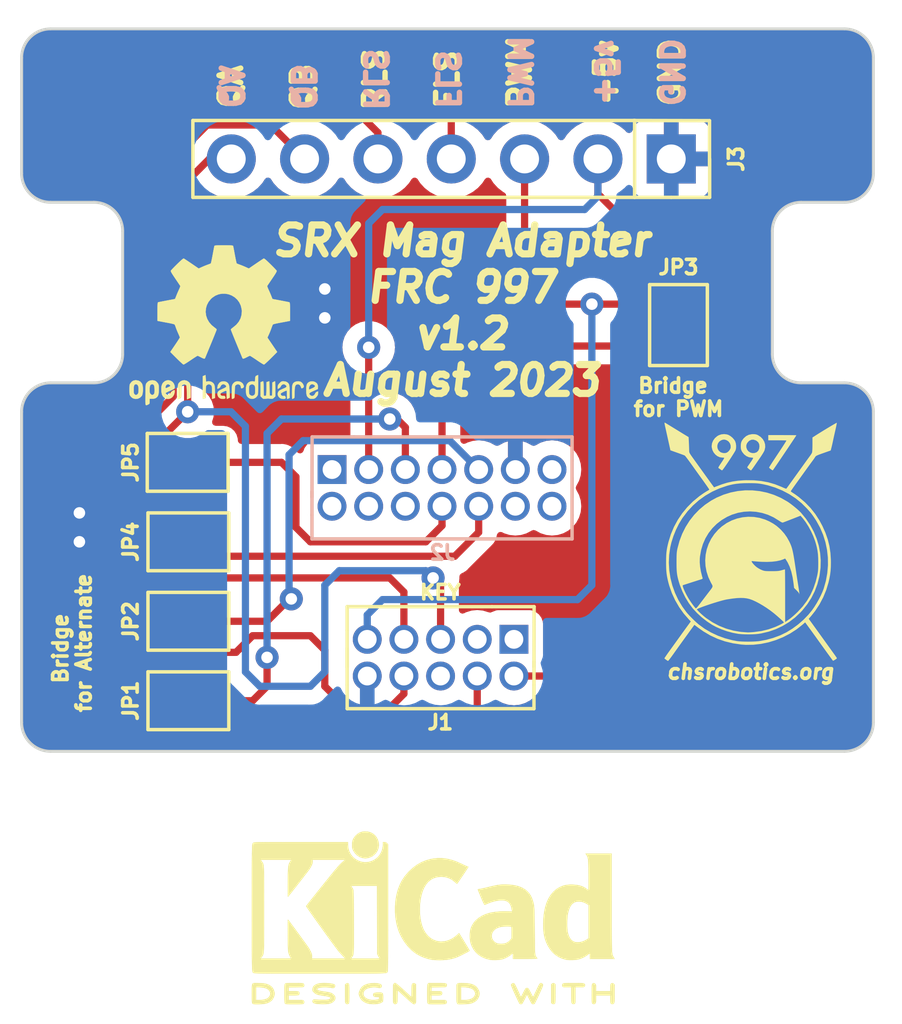
<source format=kicad_pcb>
(kicad_pcb (version 20221018) (generator pcbnew)
  (layers (0 "F.Cu" signal) (31 "B.Cu" signal) (34 "B.Paste" user) (35 "F.Paste" user) (36 "B.SilkS" user "B.Silkscreen") (37 "F.SilkS" user "F.Silkscreen") (38 "B.Mask" user) (39 "F.Mask" user) (44 "Edge.Cuts" user))
  (net 0 "")
  (net 1 "GND")
  (net 3 "+5V")
  (net 4 "FLS")
  (net 5 "QB")
  (net 6 "QA")
  (net 7 "RLS")
  (net 8 "PWM")
  (net 10 "Net-(J2-Pin_5)")
  (net 11 "Net-(J2-Pin_7)")
  (net 13 "Net-(J2-Pin_8)")
  (net 14 "Net-(J2-Pin_9)")
  (net 15 "Net-(J2-Pin_10)")
  (footprint "Connector_PinSocket_2.54mm:PinSocket_1x07_P2.54mm_Vertical" (layer "F.Cu") (at 122.5 92.25 -90)
    (fp_text reference "J3" (at 0 -2.25 90) (layer "F.SilkS") (effects (font (size 0.5 0.5) (thickness 0.125))))
    (fp_text value "Conn_01x07" hide)
    (pad "1" thru_hole rect (at 0 0 270) (size 1.7 1.7) (drill 1) (layers "*.Cu" "*.Mask") (net 1 "GND"))
    (pad "2" thru_hole oval (at 0 2.54 270) (size 1.7 1.7) (drill 1) (layers "*.Cu" "*.Mask") (net 3 "+5V"))
    (pad "3" thru_hole oval (at 0 5.08 270) (size 1.7 1.7) (drill 1) (layers "*.Cu" "*.Mask") (net 8 "PWM"))
    (pad "4" thru_hole oval (at 0 7.62 270) (size 1.7 1.7) (drill 1) (layers "*.Cu" "*.Mask") (net 4 "FLS"))
    (pad "5" thru_hole oval (at 0 10.16 270) (size 1.7 1.7) (drill 1) (layers "*.Cu" "*.Mask") (net 7 "RLS"))
    (pad "6" thru_hole oval (at 0 12.7 270) (size 1.7 1.7) (drill 1) (layers "*.Cu" "*.Mask") (net 6 "QA"))
    (pad "7" thru_hole oval (at 0 15.24 270) (size 1.7 1.7) (drill 1) (layers "*.Cu" "*.Mask") (net 5 "QB"))
  )
  (footprint "Jumper:SolderJumper-2_P1.3mm_Open_TrianglePad1.0x1.5mm" (layer "F.Cu") (at 105.775 105.5 180)
    (fp_text reference "JP4" (at 2 0 90) (layer "F.SilkS") (effects (font (size 0.5 0.5) (thickness 0.125))))
    (fp_text value "Jumper_2_Open" hide)
    (pad "1" smd custom (at -0.725 0 180) (size 0.3 0.3) (layers "F.Cu" "F.Mask") (net 15 "Net-(J2-Pin_10)") (options (clearance outline) (anchor rect)) (primitives (gr_poly (pts (xy 1 0) (xy 0.5 0.75) (xy -0.5 0.75) (xy -0.5 -0.75) (xy 0.5 -0.75)) (width 0) (fill yes))))
    (pad "2" smd custom (at 0.725 0 180) (size 0.3 0.3) (layers "F.Cu" "F.Mask") (net 6 "QA") (options (clearance outline) (anchor rect)) (primitives (gr_poly (pts (xy 0.5 0.75) (xy -0.65 0.75) (xy -0.15 0) (xy -0.65 -0.75) (xy 0.5 -0.75)) (width 0) (fill yes))))
  )
  (footprint "Symbol:KiCad-Logo2_5mm_SilkScreen" (layer "F.Cu") (at 114.25 118.5)
    (fp_text reference "REF**" hide)
    (fp_text value "KiCad-Logo2_5mm_SilkScreen" hide)
  )
  (footprint "Connector_PinHeader_1.27mm:PinHeader_2x05_P1.27mm_Vertical" (layer "F.Cu") (at 117.05 108.875 -90)
    (fp_text reference "J1" (at 2.875 2.55 180) (layer "F.SilkS") (effects (font (size 0.5 0.5) (thickness 0.125))))
    (fp_text value "Conn_02x05_Odd_Even" hide)
    (pad "1" thru_hole rect (at 0 0 270) (size 1 1) (drill 0.65) (layers "*.Cu" "*.Mask"))
    (pad "2" thru_hole oval (at 1.27 0 270) (size 1 1) (drill 0.65) (layers "*.Cu" "*.Mask") (net 3 "+5V"))
    (pad "3" thru_hole oval (at 0 1.27 270) (size 1 1) (drill 0.65) (layers "*.Cu" "*.Mask"))
    (pad "4" thru_hole oval (at 1.27 1.27 270) (size 1 1) (drill 0.65) (layers "*.Cu" "*.Mask") (net 4 "FLS"))
    (pad "5" thru_hole oval (at 0 2.54 270) (size 1 1) (drill 0.65) (layers "*.Cu" "*.Mask") (net 5 "QB"))
    (pad "6" thru_hole oval (at 1.27 2.54 270) (size 1 1) (drill 0.65) (layers "*.Cu" "*.Mask"))
    (pad "7" thru_hole oval (at 0 3.81 270) (size 1 1) (drill 0.65) (layers "*.Cu" "*.Mask") (net 6 "QA"))
    (pad "8" thru_hole oval (at 1.27 3.81 270) (size 1 1) (drill 0.65) (layers "*.Cu" "*.Mask") (net 7 "RLS"))
    (pad "9" thru_hole oval (at 0 5.08 270) (size 1 1) (drill 0.65) (layers "*.Cu" "*.Mask") (net 8 "PWM"))
    (pad "10" thru_hole oval (at 1.27 5.08 270) (size 1 1) (drill 0.65) (layers "*.Cu" "*.Mask") (net 1 "GND"))
  )
  (footprint "Jumper:SolderJumper-2_P1.3mm_Open_TrianglePad1.0x1.5mm" (layer "F.Cu") (at 105.75 102.75 180)
    (fp_text reference "JP5" (at 1.975 0 90) (layer "F.SilkS") (effects (font (size 0.5 0.5) (thickness 0.125))))
    (fp_text value "Jumper_2_Open" hide)
    (pad "1" smd custom (at -0.725 0 180) (size 0.3 0.3) (layers "F.Cu" "F.Mask") (net 13 "Net-(J2-Pin_8)") (options (clearance outline) (anchor rect)) (primitives (gr_poly (pts (xy 1 0) (xy 0.5 0.75) (xy -0.5 0.75) (xy -0.5 -0.75) (xy 0.5 -0.75)) (width 0) (fill yes))))
    (pad "2" smd custom (at 0.725 0 180) (size 0.3 0.3) (layers "F.Cu" "F.Mask") (net 5 "QB") (options (clearance outline) (anchor rect)) (primitives (gr_poly (pts (xy 0.5 0.75) (xy -0.65 0.75) (xy -0.15 0) (xy -0.65 -0.75) (xy 0.5 -0.75)) (width 0) (fill yes))))
  )
  (footprint "Symbol:OSHW-Logo2_7.3x6mm_SilkScreen" (layer "F.Cu") (at 107 98)
    (fp_text reference "REF**" hide)
    (fp_text value "OSHW-Logo2_7.3x6mm_SilkScreen" hide)
  )
  (footprint "Jumper:SolderJumper-2_P1.3mm_Open_TrianglePad1.0x1.5mm" (layer "F.Cu") (at 105.775 108.25 180)
    (fp_text reference "JP2" (at 2 0 90) (layer "F.SilkS") (effects (font (size 0.5 0.5) (thickness 0.125))))
    (fp_text value "Jumper_2_Open" hide)
    (pad "1" smd custom (at -0.725 0 180) (size 0.3 0.3) (layers "F.Cu" "F.Mask") (net 14 "Net-(J2-Pin_9)") (options (clearance outline) (anchor rect)) (primitives (gr_poly (pts (xy 1 0) (xy 0.5 0.75) (xy -0.5 0.75) (xy -0.5 -0.75) (xy 0.5 -0.75)) (width 0) (fill yes))))
    (pad "2" smd custom (at 0.725 0 180) (size 0.3 0.3) (layers "F.Cu" "F.Mask") (net 7 "RLS") (options (clearance outline) (anchor rect)) (primitives (gr_poly (pts (xy 0.5 0.75) (xy -0.65 0.75) (xy -0.15 0) (xy -0.65 -0.75) (xy 0.5 -0.75)) (width 0) (fill yes))))
  )
  (footprint "LOGO" (layer "F.Cu") (at 125.206355 105.006338)
    (fp_text reference "G***" hide)
    (fp_text value "LOGO" hide)
  )
  (footprint "Jumper:SolderJumper-2_P1.3mm_Open_TrianglePad1.0x1.5mm" (layer "F.Cu") (at 122.75 98 -90)
    (fp_text reference "JP3" (at -2 0 -180) (layer "F.SilkS") (effects (font (size 0.5 0.5) (thickness 0.125))))
    (fp_text value "Jumper_2_Bridged" hide)
    (pad "1" smd custom (at -0.725 0 270) (size 0.3 0.3) (layers "F.Cu" "F.Mask") (net 8 "PWM") (options (clearance outline) (anchor rect)) (primitives (gr_poly (pts (xy 1 0) (xy 0.5 0.75) (xy -0.5 0.75) (xy -0.5 -0.75) (xy 0.5 -0.75)) (width 0) (fill yes))))
    (pad "2" smd custom (at 0.725 0 270) (size 0.3 0.3) (layers "F.Cu" "F.Mask") (net 11 "Net-(J2-Pin_7)") (options (clearance outline) (anchor rect)) (primitives (gr_poly (pts (xy 0.5 0.75) (xy -0.65 0.75) (xy -0.15 0) (xy -0.65 -0.75) (xy 0.5 -0.75)) (width 0) (fill yes))))
  )
  (footprint "Jumper:SolderJumper-2_P1.3mm_Open_TrianglePad1.0x1.5mm" (layer "F.Cu") (at 105.775 111 180)
    (fp_text reference "JP1" (at 2 0 90) (layer "F.SilkS") (effects (font (size 0.5 0.5) (thickness 0.125))))
    (fp_text value "Jumper_2_Open" hide)
    (pad "1" smd custom (at -0.725 0 180) (size 0.3 0.3) (layers "F.Cu" "F.Mask") (net 10 "Net-(J2-Pin_5)") (options (clearance outline) (anchor rect)) (primitives (gr_poly (pts (xy 1 0) (xy 0.5 0.75) (xy -0.5 0.75) (xy -0.5 -0.75) (xy 0.5 -0.75)) (width 0) (fill yes))))
    (pad "2" smd custom (at 0.725 0 180) (size 0.3 0.3) (layers "F.Cu" "F.Mask") (net 4 "FLS") (options (clearance outline) (anchor rect)) (primitives (gr_poly (pts (xy 0.5 0.75) (xy -0.65 0.75) (xy -0.15 0) (xy -0.65 -0.75) (xy 0.5 -0.75)) (width 0) (fill yes))))
  )
  (footprint "Connector_PinHeader_1.27mm:PinHeader_2x07_P1.27mm_Vertical" (layer "B.Cu") (at 110.75 103 -90)
    (fp_text reference "J2" (at 2.875 -3.825) (layer "B.SilkS") (effects (font (size 0.5 0.5) (thickness 0.125)) (justify mirror)))
    (fp_text value "Conn_02x07_Odd_Even" hide)
    (pad "1" thru_hole rect (at 0 0 270) (size 1 1) (drill 0.65) (layers "*.Cu" "*.Mask"))
    (pad "2" thru_hole oval (at 1.27 0 270) (size 1 1) (drill 0.65) (layers "*.Cu" "*.Mask"))
    (pad "3" thru_hole oval (at 0 -1.27 270) (size 1 1) (drill 0.65) (layers "*.Cu" "*.Mask") (net 3 "+5V"))
    (pad "4" thru_hole oval (at 1.27 -1.27 270) (size 1 1) (drill 0.65) (layers "*.Cu" "*.Mask"))
    (pad "5" thru_hole oval (at 0 -2.54 270) (size 1 1) (drill 0.65) (layers "*.Cu" "*.Mask") (net 10 "Net-(J2-Pin_5)"))
    (pad "6" thru_hole oval (at 1.27 -2.54 270) (size 1 1) (drill 0.65) (layers "*.Cu" "*.Mask"))
    (pad "7" thru_hole oval (at 0 -3.81 270) (size 1 1) (drill 0.65) (layers "*.Cu" "*.Mask") (net 11 "Net-(J2-Pin_7)"))
    (pad "8" thru_hole oval (at 1.27 -3.81 270) (size 1 1) (drill 0.65) (layers "*.Cu" "*.Mask") (net 13 "Net-(J2-Pin_8)"))
    (pad "9" thru_hole oval (at 0 -5.08 270) (size 1 1) (drill 0.65) (layers "*.Cu" "*.Mask") (net 14 "Net-(J2-Pin_9)"))
    (pad "10" thru_hole oval (at 1.27 -5.08 270) (size 1 1) (drill 0.65) (layers "*.Cu" "*.Mask") (net 15 "Net-(J2-Pin_10)"))
    (pad "11" thru_hole oval (at 0 -6.35 270) (size 1 1) (drill 0.65) (layers "*.Cu" "*.Mask") (net 1 "GND"))
    (pad "12" thru_hole oval (at 1.27 -6.35 270) (size 1 1) (drill 0.65) (layers "*.Cu" "*.Mask"))
    (pad "13" thru_hole oval (at 0 -7.62 270) (size 1 1) (drill 0.65) (layers "*.Cu" "*.Mask"))
    (pad "14" thru_hole oval (at 1.27 -7.62 270) (size 1 1) (drill 0.65) (layers "*.Cu" "*.Mask"))
  )
  (gr_arc (start 101 112.75) (mid 100.292893 112.457107) (end 100 111.75) (stroke (width 0.1)) (layer "Edge.Cuts"))
  (gr_arc (start 101 93.75) (mid 100.292893 93.457107) (end 100 92.75) (stroke (width 0.1)) (layer "Edge.Cuts"))
  (gr_line (start 128.5 93.75) (end 127 93.75) (stroke (width 0.1)) (layer "Edge.Cuts"))
  (gr_arc (start 126 94.75) (mid 126.292893 94.042893) (end 127 93.75) (stroke (width 0.1)) (layer "Edge.Cuts"))
  (gr_line (start 128.5 112.75) (end 101 112.75) (stroke (width 0.1)) (layer "Edge.Cuts"))
  (gr_arc (start 100 101) (mid 100.292893 100.292893) (end 101 100) (stroke (width 0.1)) (layer "Edge.Cuts"))
  (gr_arc (start 100 88.75) (mid 100.292893 88.042893) (end 101 87.75) (stroke (width 0.1)) (layer "Edge.Cuts"))
  (gr_line (start 103.5 99) (end 103.5 94.75) (stroke (width 0.1)) (layer "Edge.Cuts"))
  (gr_arc (start 128.5 100) (mid 129.207107 100.292893) (end 129.5 101) (stroke (width 0.1)) (layer "Edge.Cuts"))
  (gr_arc (start 127 100) (mid 126.292893 99.707107) (end 126 99) (stroke (width 0.1)) (layer "Edge.Cuts"))
  (gr_arc (start 129.5 111.75) (mid 129.207107 112.457107) (end 128.5 112.75) (stroke (width 0.1)) (layer "Edge.Cuts"))
  (gr_line (start 129.5 101) (end 129.5 111.75) (stroke (width 0.1)) (layer "Edge.Cuts"))
  (gr_line (start 101 87.75) (end 128.5 87.75) (stroke (width 0.1)) (layer "Edge.Cuts"))
  (gr_line (start 102.5 93.75) (end 101 93.75) (stroke (width 0.1)) (layer "Edge.Cuts"))
  (gr_line (start 100 111.75) (end 100 101) (stroke (width 0.1)) (layer "Edge.Cuts"))
  (gr_line (start 101 100) (end 102.5 100) (stroke (width 0.1)) (layer "Edge.Cuts"))
  (gr_arc (start 128.5 87.75) (mid 129.207107 88.042893) (end 129.5 88.75) (stroke (width 0.1)) (layer "Edge.Cuts"))
  (gr_line (start 129.5 88.75) (end 129.5 92.75) (stroke (width 0.1)) (layer "Edge.Cuts"))
  (gr_arc (start 129.5 92.75) (mid 129.207107 93.457107) (end 128.5 93.75) (stroke (width 0.1)) (layer "Edge.Cuts"))
  (gr_arc (start 102.5 93.75) (mid 103.207107 94.042893) (end 103.5 94.75) (stroke (width 0.1)) (layer "Edge.Cuts"))
  (gr_line (start 127 100) (end 128.5 100) (stroke (width 0.1)) (layer "Edge.Cuts"))
  (gr_line (start 126 94.75) (end 126 99) (stroke (width 0.1)) (layer "Edge.Cuts"))
  (gr_line (start 100 92.75) (end 100 88.75) (stroke (width 0.1)) (layer "Edge.Cuts"))
  (gr_arc (start 103.5 99) (mid 103.207107 99.707107) (end 102.5 100) (stroke (width 0.1)) (layer "Edge.Cuts"))
  (gr_text "+5v" (at 120.25 89.25 -90) (layer "B.SilkS") (effects (font (size 0.75 0.75) (thickness 0.1875)) (justify mirror)))
  (gr_text "GND" (at 122.5 89.25 -90) (layer "B.SilkS") (effects (font (size 0.75 0.75) (thickness 0.1875)) (justify mirror)))
  (gr_text "RLS" (at 112.25 89.5 -90) (layer "B.SilkS") (effects (font (size 0.75 0.75) (thickness 0.1875)) (justify mirror)))
  (gr_text "PWM" (at 117.25 89.25 -90) (layer "B.SilkS") (effects (font (size 0.75 0.75) (thickness 0.1875)) (justify mirror)))
  (gr_text "FLS" (at 114.75 89.5 -90) (layer "B.SilkS") (effects (font (size 0.75 0.75) (thickness 0.1875)) (justify mirror)))
  (gr_text "QA" (at 107.25 89.75 -90) (layer "B.SilkS") (effects (font (size 0.75 0.75) (thickness 0.1875)) (justify mirror)))
  (gr_text "QB" (at 109.75 89.75 -90) (layer "B.SilkS") (effects (font (size 0.75 0.75) (thickness 0.1875)) (justify mirror)))
  (gr_text "Bridge \nfor Alternate" (at 101.75 109 90) (layer "F.SilkS") (effects (font (size 0.5 0.5) (thickness 0.125))))
  (gr_text "QA" (at 107.25 89.75 90) (layer "F.SilkS") (effects (font (size 0.75 0.75) (thickness 0.1875))))
  (gr_text "KEY" (at 114.5 107.25) (layer "F.SilkS") (effects (font (size 0.5 0.5) (thickness 0.125))))
  (gr_text "FLS" (at 114.75 89.5 90) (layer "F.SilkS") (effects (font (size 0.75 0.75) (thickness 0.1875))))
  (gr_text "GND" (at 122.5 89.25 90) (layer "F.SilkS") (effects (font (size 0.75 0.75) (thickness 0.1875))))
  (gr_text "RLS" (at 112.25 89.5 90) (layer "F.SilkS") (effects (font (size 0.75 0.75) (thickness 0.1875))))
  (gr_text "+5v" (at 120.25 89.25 90) (layer "F.SilkS") (effects (font (size 0.75 0.75) (thickness 0.1875))))
  (gr_text "SRX Mag Adapter\nFRC 997\nv1.2\nAugust 2023" (at 115.25 97.5) (layer "F.SilkS") (effects (font (size 1 1) (thickness 0.25) italic)))
  (gr_text "QB" (at 109.75 89.75 90) (layer "F.SilkS") (effects (font (size 0.75 0.75) (thickness 0.1875))))
  (gr_text "PWM" (at 117.25 89.25 90) (layer "F.SilkS") (effects (font (size 0.75 0.75) (thickness 0.1875))))
  (gr_text "chsrobotics.org" (at 125.25 110) (layer "F.SilkS") (effects (font (size 0.5 0.5) (thickness 0.125) italic)))
  (gr_text "Bridge \nfor PWM" (at 122.75 100.5) (layer "F.SilkS") (effects (font (size 0.5 0.5) (thickness 0.125))))
  (via (at 110.5 96.75) (size 0.8) (drill 0.4) (layers "F.Cu" "B.Cu") (net 1))
  (via (at 102 104.5) (size 0.8) (drill 0.4) (layers "F.Cu" "B.Cu") (net 1))
  (via (at 102 105.5) (size 0.8) (drill 0.4) (layers "F.Cu" "B.Cu") (net 1))
  (via (at 110.5 97.75) (size 0.8) (drill 0.4) (layers "F.Cu" "B.Cu") (net 1))
  (segment (start 123.605 110.145) (end 124 109.75) (width 0.25) (layer "F.Cu") (net 3))
  (segment (start 124 94.75) (end 123.25 94) (width 0.25) (layer "F.Cu") (net 3))
  (segment (start 112.02 103) (end 112.02 98.77) (width 0.25) (layer "F.Cu") (net 3))
  (segment (start 120.5 94) (end 119.96 93.46) (width 0.25) (layer "F.Cu") (net 3))
  (segment (start 117.05 110.145) (end 123.605 110.145) (width 0.25) (layer "F.Cu") (net 3))
  (segment (start 112 98.75) (end 112.02 98.77) (width 0.25) (layer "F.Cu") (net 3))
  (segment (start 124 109.75) (end 124 94.75) (width 0.25) (layer "F.Cu") (net 3))
  (segment (start 123.25 94) (end 120.5 94) (width 0.25) (layer "F.Cu") (net 3))
  (segment (start 119.96 93.46) (end 119.96 92.25) (width 0.25) (layer "F.Cu") (net 3))
  (via (at 112.02 98.77) (size 0.8) (drill 0.4) (layers "F.Cu" "B.Cu") (net 3))
  (segment (start 112.02 94.48) (end 112.5 94) (width 0.25) (layer "B.Cu") (net 3))
  (segment (start 119.5 94) (end 119.96 93.54) (width 0.25) (layer "B.Cu") (net 3))
  (segment (start 112.5 94) (end 119.5 94) (width 0.25) (layer "B.Cu") (net 3))
  (segment (start 112.02 98.77) (end 112.02 94.48) (width 0.25) (layer "B.Cu") (net 3))
  (segment (start 119.96 93.54) (end 119.96 92.25) (width 0.25) (layer "B.Cu") (net 3))
  (segment (start 105.05 111.25962) (end 105.86538 112.075) (width 0.25) (layer "F.Cu") (net 4))
  (segment (start 103 109.75) (end 104.25 111) (width 0.25) (layer "F.Cu") (net 4))
  (segment (start 104.25 100) (end 103 101.25) (width 0.25) (layer "F.Cu") (net 4))
  (segment (start 104.25 111) (end 105.05 111) (width 0.25) (layer "F.Cu") (net 4))
  (segment (start 114.88 92.25) (end 114.88 90.88) (width 0.25) (layer "F.Cu") (net 4))
  (segment (start 114.88 90.88) (end 114 90) (width 0.25) (layer "F.Cu") (net 4))
  (segment (start 115.78 111.47) (end 115.78 110.145) (width 0.25) (layer "F.Cu") (net 4))
  (segment (start 103 101.25) (end 103 109.75) (width 0.25) (layer "F.Cu") (net 4))
  (segment (start 105.86538 112.075) (end 115.175 112.075) (width 0.25) (layer "F.Cu") (net 4))
  (segment (start 104.25 90.75) (end 104.25 100) (width 0.25) (layer "F.Cu") (net 4))
  (segment (start 114 90) (end 105 90) (width 0.25) (layer "F.Cu") (net 4))
  (segment (start 105.05 111) (end 105.05 111.25962) (width 0.25) (layer "F.Cu") (net 4))
  (segment (start 115.175 112.075) (end 115.78 111.47) (width 0.25) (layer "F.Cu") (net 4))
  (segment (start 105 90) (end 104.25 90.75) (width 0.25) (layer "F.Cu") (net 4))
  (segment (start 107.26 92.25) (end 106.5 92.25) (width 0.25) (layer "F.Cu") (net 5))
  (segment (start 114.51 108.875) (end 114.51 107.01) (width 0.25) (layer "F.Cu") (net 5))
  (segment (start 106.5 92.25) (end 105.75 93) (width 0.25) (layer "F.Cu") (net 5))
  (segment (start 105.75 101) (end 105.025 101.725) (width 0.25) (layer "F.Cu") (net 5))
  (segment (start 114.51 107.01) (end 114.25 106.75) (width 0.25) (layer "F.Cu") (net 5))
  (segment (start 105.025 101.725) (end 105.025 102.75) (width 0.25) (layer "F.Cu") (net 5))
  (segment (start 105.75 93) (end 105.75 101) (width 0.25) (layer "F.Cu") (net 5))
  (via (at 114.25 106.75) (size 0.8) (drill 0.4) (layers "F.Cu" "B.Cu") (net 5))
  (via (at 105.75 101) (size 0.8) (drill 0.4) (layers "F.Cu" "B.Cu") (net 5))
  (segment (start 107.75 101.5) (end 107.75 110) (width 0.25) (layer "B.Cu") (net 5))
  (segment (start 107.25 101) (end 107.75 101.5) (width 0.25) (layer "B.Cu") (net 5))
  (segment (start 110 110.5) (end 110.5 110) (width 0.25) (layer "B.Cu") (net 5))
  (segment (start 105.75 101) (end 107.25 101) (width 0.25) (layer "B.Cu") (net 5))
  (segment (start 111 106.5) (end 114 106.5) (width 0.25) (layer "B.Cu") (net 5))
  (segment (start 108.25 110.5) (end 110 110.5) (width 0.25) (layer "B.Cu") (net 5))
  (segment (start 107.75 110) (end 108.25 110.5) (width 0.25) (layer "B.Cu") (net 5))
  (segment (start 110.5 110) (end 110.5 107) (width 0.25) (layer "B.Cu") (net 5))
  (segment (start 110.5 107) (end 111 106.5) (width 0.25) (layer "B.Cu") (net 5))
  (segment (start 114 106.5) (end 114.25 106.75) (width 0.25) (layer "B.Cu") (net 5))
  (segment (start 104 101.724695) (end 104 104.45) (width 0.25) (layer "F.Cu") (net 6))
  (segment (start 113.24 107.24) (end 113.24 108.875) (width 0.25) (layer "F.Cu") (net 6))
  (segment (start 108.625 91.075) (end 106.425 91.075) (width 0.25) (layer "F.Cu") (net 6))
  (segment (start 105.05 105.75962) (end 106.04038 106.75) (width 0.25) (layer "F.Cu") (net 6))
  (segment (start 105.25 100.474695) (end 104 101.724695) (width 0.25) (layer "F.Cu") (net 6))
  (segment (start 104 104.45) (end 105.05 105.5) (width 0.25) (layer "F.Cu") (net 6))
  (segment (start 105.05 105.5) (end 105.05 105.75962) (width 0.25) (layer "F.Cu") (net 6))
  (segment (start 109.8 92.25) (end 108.625 91.075) (width 0.25) (layer "F.Cu") (net 6))
  (segment (start 112.75 106.75) (end 113.24 107.24) (width 0.25) (layer "F.Cu") (net 6))
  (segment (start 106.04038 106.75) (end 112.75 106.75) (width 0.25) (layer "F.Cu") (net 6))
  (segment (start 105.25 92.25) (end 105.25 100.474695) (width 0.25) (layer "F.Cu") (net 6))
  (segment (start 106.425 91.075) (end 105.25 92.25) (width 0.25) (layer "F.Cu") (net 6))
  (segment (start 112.34 91.34) (end 111.5 90.5) (width 0.25) (layer "F.Cu") (net 7))
  (segment (start 104.75 91.25) (end 104.75 100.25) (width 0.25) (layer "F.Cu") (net 7))
  (segment (start 110 108.75) (end 110.5 109.25) (width 0.25) (layer "F.Cu") (net 7))
  (segment (start 111.25 111.25) (end 112.75 111.25) (width 0.25) (layer "F.Cu") (net 7))
  (segment (start 103.5 107.25) (end 104.5 108.25) (width 0.25) (layer "F.Cu") (net 7))
  (segment (start 104.75 100.25) (end 103.5 101.5) (width 0.25) (layer "F.Cu") (net 7))
  (segment (start 103.5 101.5) (end 103.5 107.25) (width 0.25) (layer "F.Cu") (net 7))
  (segment (start 112.34 92.25) (end 112.34 91.34) (width 0.25) (layer "F.Cu") (net 7))
  (segment (start 105.05 108.25) (end 105.05 108.50962) (width 0.25) (layer "F.Cu") (net 7))
  (segment (start 105.5 90.5) (end 104.75 91.25) (width 0.25) (layer "F.Cu") (net 7))
  (segment (start 107.425 109.325) (end 108 108.75) (width 0.25) (layer "F.Cu") (net 7))
  (segment (start 110.5 109.25) (end 110.5 110.5) (width 0.25) (layer "F.Cu") (net 7))
  (segment (start 108 108.75) (end 110 108.75) (width 0.25) (layer "F.Cu") (net 7))
  (segment (start 111.5 90.5) (end 105.5 90.5) (width 0.25) (layer "F.Cu") (net 7))
  (segment (start 112.75 111.25) (end 113.24 110.76) (width 0.25) (layer "F.Cu") (net 7))
  (segment (start 113.24 110.76) (end 113.24 110.145) (width 0.25) (layer "F.Cu") (net 7))
  (segment (start 110.5 110.5) (end 111.25 111.25) (width 0.25) (layer "F.Cu") (net 7))
  (segment (start 105.86538 109.325) (end 107.425 109.325) (width 0.25) (layer "F.Cu") (net 7))
  (segment (start 104.5 108.25) (end 105.05 108.25) (width 0.25) (layer "F.Cu") (net 7))
  (segment (start 105.05 108.50962) (end 105.86538 109.325) (width 0.25) (layer "F.Cu") (net 7))
  (segment (start 122.75 97.275) (end 117.775 97.275) (width 0.25) (layer "F.Cu") (net 8))
  (segment (start 117.775 97.275) (end 117.42 96.92) (width 0.25) (layer "F.Cu") (net 8))
  (segment (start 117.42 96.92) (end 117.42 92.25) (width 0.25) (layer "F.Cu") (net 8))
  (via (at 119.75 97.275) (size 0.8) (drill 0.4) (layers "F.Cu" "B.Cu") (net 8))
  (segment (start 111.97 108.875) (end 111.97 108.03) (width 0.25) (layer "B.Cu") (net 8))
  (segment (start 112.5 107.5) (end 119.25 107.5) (width 0.25) (layer "B.Cu") (net 8))
  (segment (start 119.75 107) (end 119.75 97.275) (width 0.25) (layer "B.Cu") (net 8))
  (segment (start 111.97 108.03) (end 112.5 107.5) (width 0.25) (layer "B.Cu") (net 8))
  (segment (start 119.25 107.5) (end 119.75 107) (width 0.25) (layer "B.Cu") (net 8))
  (segment (start 113.29 101.54) (end 113.25 101.5) (width 0.25) (layer "F.Cu") (net 10))
  (segment (start 108.5 110.5) (end 108.5 109.5) (width 0.25) (layer "F.Cu") (net 10))
  (segment (start 113 101.25) (end 112.75 101.25) (width 0.25) (layer "F.Cu") (net 10))
  (segment (start 108 111) (end 108.5 110.5) (width 0.25) (layer "F.Cu") (net 10))
  (segment (start 113.25 101.5) (end 113 101.25) (width 0.25) (layer "F.Cu") (net 10))
  (segment (start 106.5 111) (end 108 111) (width 0.25) (layer "F.Cu") (net 10))
  (segment (start 113.29 103) (end 113.29 101.54) (width 0.25) (layer "F.Cu") (net 10))
  (via (at 112.75 101.25) (size 0.8) (drill 0.4) (layers "F.Cu" "B.Cu") (net 10))
  (via (at 108.5 109.5) (size 0.8) (drill 0.4) (layers "F.Cu" "B.Cu") (net 10))
  (segment (start 108.5 101.75) (end 108.5 109.5) (width 0.25) (layer "B.Cu") (net 10))
  (segment (start 109 101.25) (end 108.5 101.75) (width 0.25) (layer "B.Cu") (net 10))
  (segment (start 112.75 101.25) (end 109 101.25) (width 0.25) (layer "B.Cu") (net 10))
  (segment (start 114.56 99.19) (end 114.56 103) (width 0.25) (layer "F.Cu") (net 11))
  (segment (start 115.025 98.725) (end 114.56 99.19) (width 0.25) (layer "F.Cu") (net 11))
  (segment (start 122.75 98.725) (end 115.025 98.725) (width 0.25) (layer "F.Cu") (net 11))
  (segment (start 109.5 105) (end 110 105.5) (width 0.25) (layer "F.Cu") (net 13))
  (segment (start 109.5 103.25) (end 109.5 105) (width 0.25) (layer "F.Cu") (net 13))
  (segment (start 109 102.75) (end 109.5 103.25) (width 0.25) (layer "F.Cu") (net 13))
  (segment (start 114 105.5) (end 114.56 104.94) (width 0.25) (layer "F.Cu") (net 13))
  (segment (start 106.475 102.75) (end 109 102.75) (width 0.25) (layer "F.Cu") (net 13))
  (segment (start 110 105.5) (end 114 105.5) (width 0.25) (layer "F.Cu") (net 13))
  (segment (start 114.56 104.94) (end 114.56 104.27) (width 0.25) (layer "F.Cu") (net 13))
  (segment (start 109.275 107.475) (end 109.339848 107.475) (width 0.25) (layer "F.Cu") (net 14))
  (segment (start 106.5 108.25) (end 108.5 108.25) (width 0.25) (layer "F.Cu") (net 14))
  (segment (start 108.5 108.25) (end 109.275 107.475) (width 0.25) (layer "F.Cu") (net 14))
  (via (at 109.339848 107.475) (size 0.8) (drill 0.4) (layers "F.Cu" "B.Cu") (net 14))
  (segment (start 114.83 102) (end 109.75 102) (width 0.25) (layer "B.Cu") (net 14))
  (segment (start 115.83 103) (end 114.83 102) (width 0.25) (layer "B.Cu") (net 14))
  (segment (start 109.262653 102.487347) (end 109.262653 107.397805) (width 0.25) (layer "B.Cu") (net 14))
  (segment (start 109.75 102) (end 109.262653 102.487347) (width 0.25) (layer "B.Cu") (net 14))
  (segment (start 109.262653 107.397805) (end 109.339848 107.475) (width 0.25) (layer "B.Cu") (net 14))
  (segment (start 115.83 105.17) (end 115.83 104.27) (width 0.25) (layer "F.Cu") (net 15))
  (segment (start 106.5 105.5) (end 107 106) (width 0.25) (layer "F.Cu") (net 15))
  (segment (start 107 106) (end 115 106) (width 0.25) (layer "F.Cu") (net 15))
  (segment (start 115 106) (end 115.83 105.17) (width 0.25) (layer "F.Cu") (net 15))
  (zone (net 1) (net_name "GND") (layers "F&B.Cu") (priority 1) (connect_pads (clearance 0.508)) (min_thickness 0.254) (fill yes (thermal_gap 0.508) (thermal_bridge_width 0.508))
    (polygon (pts (xy 99.25 114.25) (xy 130.5 114.25) (xy 130.5 86.75) (xy 99.25 86.75)))
  )
)
</source>
